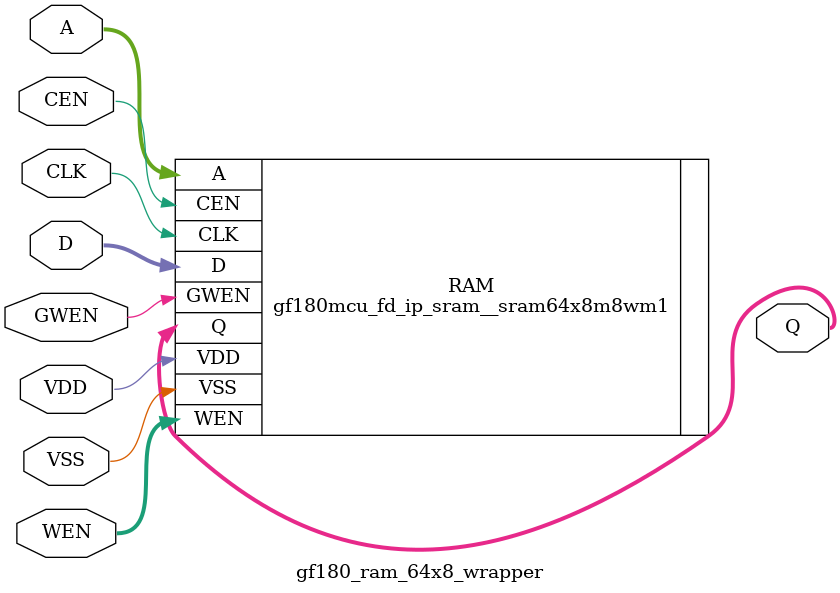
<source format=v>
module gf180_ram_64x8_wrapper (CEN,
    CLK,
    GWEN,
    VDD,
    VSS,
    A,
    D,
    Q,
    WEN);
 input CEN;
 input CLK;
 input GWEN;
 input VDD;
 input VSS;
 input [5:0] A;
 input [7:0] D;
 output [7:0] Q;
 input [7:0] WEN;


 gf180mcu_fd_ip_sram__sram64x8m8wm1 RAM (.CEN(CEN),
    .CLK(CLK),
    .GWEN(GWEN),
    .VDD(VDD),
    .VSS(VSS),
    .A({A[5],
    A[4],
    A[3],
    A[2],
    A[1],
    A[0]}),
    .D({D[7],
    D[6],
    D[5],
    D[4],
    D[3],
    D[2],
    D[1],
    D[0]}),
    .Q({Q[7],
    Q[6],
    Q[5],
    Q[4],
    Q[3],
    Q[2],
    Q[1],
    Q[0]}),
    .WEN({WEN[7],
    WEN[6],
    WEN[5],
    WEN[4],
    WEN[3],
    WEN[2],
    WEN[1],
    WEN[0]}));
endmodule

</source>
